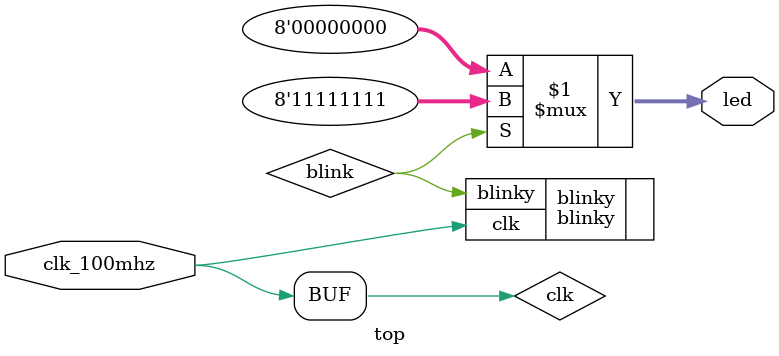
<source format=v>
module top (
    input clk_100mhz,
    output [7:0] led,
);
    wire clk = clk_100mhz;
    wire blink;

    blinky #(
        .COUNT(25000000)
    ) blinky (
        .clk(clk),
        .blinky(blink)
    );

    assign led = blink ? 8'hff : 8'h00;
endmodule

</source>
